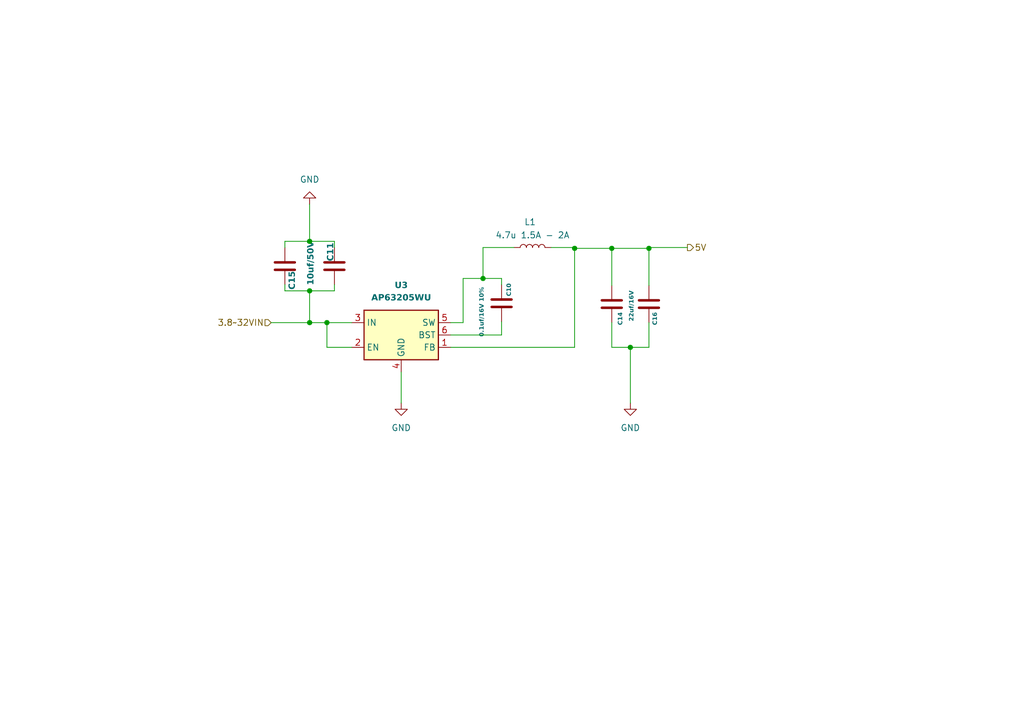
<source format=kicad_sch>
(kicad_sch (version 20250114) (generator "eeschema") (generator_version "9.0")
  (paper "A5")
  (lib_symbols
    (symbol "C_1" (pin_numbers (hide yes)) (pin_names (offset 0.254))
      (property "Reference" "C" (at 0.635 2.54 0))
      (property "Value" "C" (at 0.635 -2.54 0))
      (symbol "C_1_0_1"
        (polyline (pts (xy -2.032 0.762) (xy 2.032 0.762)) (stroke (width 0.508)))
        (polyline (pts (xy -2.032 -0.762) (xy 2.032 -0.762)) (stroke (width 0.508)))
      )
      (symbol "C_1_1_1"
        (pin passive line (at 0 3.81 270) (length 2.794) (name "~") (number "1"))
        (pin passive line (at 0 -3.81 90) (length 2.794) (name "~") (number "2"))
      )
    )
    (symbol "Device:C" (pin_numbers (hide yes)) (pin_names (offset 0.254))
      (property "Reference" "C" (at 0.635 2.54 0))
      (property "Value" "C" (at 0.635 -2.54 0))
      (symbol "C_0_1"
        (polyline (pts (xy -2.032 0.762) (xy 2.032 0.762)) (stroke (width 0.508)))
        (polyline (pts (xy -2.032 -0.762) (xy 2.032 -0.762)) (stroke (width 0.508)))
      )
      (symbol "C_1_1"
        (pin passive line (at 0 3.81 270) (length 2.794) (name "~") (number "1"))
        (pin passive line (at 0 -3.81 90) (length 2.794) (name "~") (number "2"))
      )
    )
    (symbol "Device:L" (pin_numbers (hide yes)) (pin_names (offset 1.016) (hide yes))
      (property "Reference" "L" (at -1.27 0 90))
      (property "Value" "L" (at 1.905 0 90))
      (symbol "L_0_1"
        (arc (start 0 2.54) (mid 0.6323 1.905) (end 0 1.27))
        (arc (start 0 1.27) (mid 0.6323 0.635) (end 0 0))
        (arc (start 0 0) (mid 0.6323 -0.635) (end 0 -1.27))
        (arc (start 0 -1.27) (mid 0.6323 -1.905) (end 0 -2.54))
      )
      (symbol "L_1_1"
        (pin passive line (at 0 3.81 270) (length 1.27) (name "1") (number "1"))
        (pin passive line (at 0 -3.81 90) (length 1.27) (name "2") (number "2"))
      )
    )
    (symbol "Regulator_Switching:AP63205WU"
      (property "Reference" "U" (at -7.62 6.35 0))
      (property "Value" "AP63205WU" (at 2.54 6.35 0))
      (symbol "AP63205WU_0_1"
        (rectangle (start -7.62 5.08) (end 7.62 -5.08) (stroke (width 0.254)) (fill (type background)))
      )
      (symbol "AP63205WU_1_1"
        (pin power_in line (at -10.16 2.54 0) (length 2.54) (name "IN") (number "3"))
        (pin input line (at -10.16 -2.54 0) (length 2.54) (name "EN") (number "2"))
        (pin power_in line (at 0 -7.62 90) (length 2.54) (name "GND") (number "4"))
        (pin output line (at 10.16 2.54 180) (length 2.54) (name "SW") (number "5"))
        (pin passive line (at 10.16 0 180) (length 2.54) (name "BST") (number "6"))
        (pin input line (at 10.16 -2.54 180) (length 2.54) (name "FB") (number "1"))
      )
    )
    (symbol "power:GND" (power) (pin_numbers (hide yes)) (pin_names (offset 0) (hide yes))
      (property "Value" "GND" (at 0 -3.81 0))
      (symbol "GND_0_1"
        (polyline (pts (xy 0 0) (xy 0 -1.27) (xy 1.27 -1.27) (xy 0 -2.54) (xy -1.27 -1.27) (xy 0 -1.27)))
      )
      (symbol "GND_1_1"
        (pin power_in line (at 0 0 270) (length 0) (name "~") (number "1"))
      )
    )
  )
  (junction (at 63.5 59.69))
  (junction (at 99.06 57.15))
  (junction (at 129.2746 71.2902))
  (junction (at 67.0446 66.2102))
  (junction (at 125.4646 50.9702))
  (junction (at 63.5 66.2102))
  (junction (at 63.5 49.53))
  (junction (at 117.8446 50.9702))
  (junction (at 133.0846 50.9702))
  (wire (pts (xy 63.5 59.69) (xy 58.42 59.69)))
  (wire (pts (xy 117.8446 50.8) (xy 117.8446 50.9702)))
  (wire (pts (xy 133.0846 58.5902) (xy 133.0846 50.9702)))
  (wire (pts (xy 63.5 49.53) (xy 63.5 41.91)))
  (wire (pts (xy 63.5 59.69) (xy 63.5 66.2102)))
  (wire (pts (xy 68.58 49.53) (xy 63.5 49.53)))
  (wire (pts (xy 129.2746 71.2902) (xy 125.4646 71.2902)))
  (wire (pts (xy 133.35 50.8) (xy 133.35 50.9702)))
  (wire (pts (xy 63.5 59.69) (xy 68.58 59.69)))
  (wire (pts (xy 58.42 59.69) (xy 58.42 58.42)))
  (wire (pts (xy 129.2746 71.2902) (xy 129.2746 82.7202)))
  (wire (pts (xy 117.8446 71.2902) (xy 117.8446 50.9702)))
  (wire (pts (xy 133.0846 50.9702) (xy 125.4646 50.9702)))
  (wire (pts (xy 117.8446 50.8) (xy 113.03 50.8)))
  (wire (pts (xy 133.35 50.8) (xy 140.97 50.8)))
  (wire (pts (xy 92.4446 71.2902) (xy 117.8446 71.2902)))
  (wire (pts (xy 72.1246 71.2902) (xy 67.0446 71.2902)))
  (wire (pts (xy 92.4446 68.7502) (xy 102.87 68.7502)))
  (wire (pts (xy 102.87 57.15) (xy 102.87 58.42)))
  (wire (pts (xy 63.5 66.2102) (xy 67.0446 66.2102)))
  (wire (pts (xy 125.4646 58.5902) (xy 125.4646 50.9702)))
  (wire (pts (xy 82.2846 76.3702) (xy 82.2846 82.7202)))
  (wire (pts (xy 99.06 50.8) (xy 99.06 57.15)))
  (wire (pts (xy 92.4446 66.2102) (xy 94.9846 66.2102)))
  (wire (pts (xy 55.6146 66.2102) (xy 63.5 66.2102)))
  (wire (pts (xy 125.4646 50.9702) (xy 117.8446 50.9702)))
  (wire (pts (xy 94.9846 57.15) (xy 99.06 57.15)))
  (wire (pts (xy 67.0446 71.2902) (xy 67.0446 66.2102)))
  (wire (pts (xy 125.4646 66.2102) (xy 125.4646 71.2902)))
  (wire (pts (xy 67.0446 66.2102) (xy 72.1246 66.2102)))
  (wire (pts (xy 133.0846 66.2102) (xy 133.0846 71.2902)))
  (wire (pts (xy 133.35 50.9702) (xy 133.0846 50.9702)))
  (wire (pts (xy 68.58 58.42) (xy 68.58 59.69)))
  (wire (pts (xy 102.87 66.04) (xy 102.87 68.7502)))
  (wire (pts (xy 58.42 49.53) (xy 63.5 49.53)))
  (wire (pts (xy 99.06 50.8) (xy 105.41 50.8)))
  (wire (pts (xy 58.42 49.53) (xy 58.42 50.8)))
  (wire (pts (xy 94.9846 66.2102) (xy 94.9846 57.15)))
  (wire (pts (xy 133.0846 71.2902) (xy 129.2746 71.2902)))
  (wire (pts (xy 68.58 50.8) (xy 68.58 49.53)))
  (wire (pts (xy 99.06 57.15) (xy 102.87 57.15)))
  (hierarchical_label "3.8~32VIN" (shape input) (at 55.6146 66.2102 180))
  (hierarchical_label "5V" (shape output) (at 140.97 50.8 0))
  (symbol (lib_id "power:GND") (at 63.5 41.91 180) (unit 1)
    (property "Reference" "#PWR09" (effects (hide yes)))
    (property "Value" "GND" (at 63.5 36.83 0))
    (property "Description" "Power symbol creates a global label with name \"GND\" , ground" (effects (hide yes)))
  )
  (symbol (lib_id "Device:C") (at 125.4646 62.4002 0) (unit 1)
    (property "Reference" "C14" (at 127.2426 66.7182 90) (effects (font (size 0.889 0.889)) (justify left)))
    (property "Value" "22uf/16V" (at 129.54 66.04 90) (effects (font (size 0.889 0.889)) (justify left)))
    (property "Footprint" "GRM188R61A226ME15J:CAPC1608X100N" (effects (hide yes)))
    (property "Description" "Unpolarized capacitor X5R 22uf 16V ceramic GRM188R61A226ME15J:CAPC1608X100N" (effects (hide yes)))
  )
  (symbol (lib_id "power:GND") (at 82.2846 82.7202 0) (unit 1)
    (property "Reference" "#PWR013" (effects (hide yes)))
    (property "Value" "GND" (at 82.2846 87.8002 0))
    (property "Description" "Power symbol creates a global label with name \"GND\" , ground" (effects (hide yes)))
  )
  (symbol (lib_name "C_1") (lib_id "Device:C") (at 133.0846 62.4002 0) (unit 1)
    (property "Reference" "C16" (at 134.3546 66.7182 90) (effects (font (size 0.889 0.889)) (justify left)))
    (property "Value" "22uf/16V" (effects (hide yes)))
    (property "Footprint" "GRM188R61A226ME15J:CAPC1608X100N" (effects (hide yes)))
    (property "Description" "Unpolarized capacitor X5R 22uf 16V ceramic GRM188R61A226ME15J:CAPC1608X100N" (effects (hide yes)))
  )
  (symbol (lib_id "Device:C") (at 58.42 54.61 0) (unit 1)
    (property "Reference" "C15" (at 59.944 59.436 90) (effects (justify left)))
    (property "Value" "10uf/50V" (effects (hide yes)))
    (property "Footprint" "UMK325AB7106KM-T:CAPC3225X270N" (effects (hide yes)))
    (property "Description" "Unpolarized capacitor X5R 10uf 50V ceramic UMK325AB7106KM-T:CAPC3225X270N" (effects (hide yes)))
  )
  (symbol (lib_id "Device:C") (at 68.58 54.61 0) (unit 1)
    (property "Reference" "C11" (at 67.818 53.594 90) (effects (justify left)))
    (property "Value" "10uf/50V" (at 63.754 58.674 90) (effects (justify left)))
    (property "Footprint" "UMK325AB7106KM-T:CAPC3225X270N" (effects (hide yes)))
    (property "Description" "Unpolarized capacitor X5R 10uf 50V ceramic UMK325AB7106KM-T:CAPC3225X270N" (effects (hide yes)))
  )
  (symbol (lib_id "power:GND") (at 129.2746 82.7202 0) (unit 1)
    (property "Reference" "#PWR014" (effects (hide yes)))
    (property "Value" "GND" (at 129.2746 87.8002 0))
    (property "Description" "Power symbol creates a global label with name \"GND\" , ground" (effects (hide yes)))
  )
  (symbol (lib_id "Regulator_Switching:AP63205WU") (at 82.2846 68.7502 0) (unit 1)
    (property "Reference" "U3" (at 82.2846 58.5902 0))
    (property "Value" "AP63205WU" (at 82.2846 61.1302 0))
    (property "Footprint" "Package_TO_SOT_SMD:TSOT-23-6" (effects (hide yes)))
    (property "Datasheet" "https://www.diodes.com/assets/Datasheets/AP63200-AP63201-AP63203-AP63205.pdf" (effects (hide yes)))
    (property "Description" "2A, 1.1MHz Buck DC/DC Converter, fixed 5.0V output voltage, TSOT-23-6 AP63205WU" (effects (hide yes)))
  )
  (symbol (lib_id "Device:L") (at 109.22 50.8 90) (unit 1)
    (property "Reference" "L1" (at 108.7234 45.5498 90))
    (property "Value" "4.7u 1.5A - 2A" (at 109.22 48.26 90))
    (property "Footprint" "NRS5030T4R7MMGJ:IND_NRS5030T100MMGJ_TAY" (effects (hide yes)))
    (property "Description" "Inductor 4.7u 1.5A - 2A NRS5030T4R7MMGJ:IND_NRS5030T100MMGJ_TAY" (effects (hide yes)))
  )
  (symbol (lib_id "Device:C") (at 102.87 62.23 0) (unit 1)
    (property "Reference" "C10" (at 104.4054 60.7898 90) (effects (font (size 0.889 0.889)) (justify left)))
    (property "Value" "0.1uf/16V 10%" (at 98.8174 69.1718 90) (effects (font (size 0.889 0.889)) (justify left)))
    (property "Footprint" "Capacitor_SMD:C_0201_0603Metric" (effects (hide yes)))
    (property "Description" "Unpolarized capacitor X5R 100nf 16V ceramic GRT033R61C104KE01D:CAPC0603X33N" (effects (hide yes)))
  )
)
</source>
